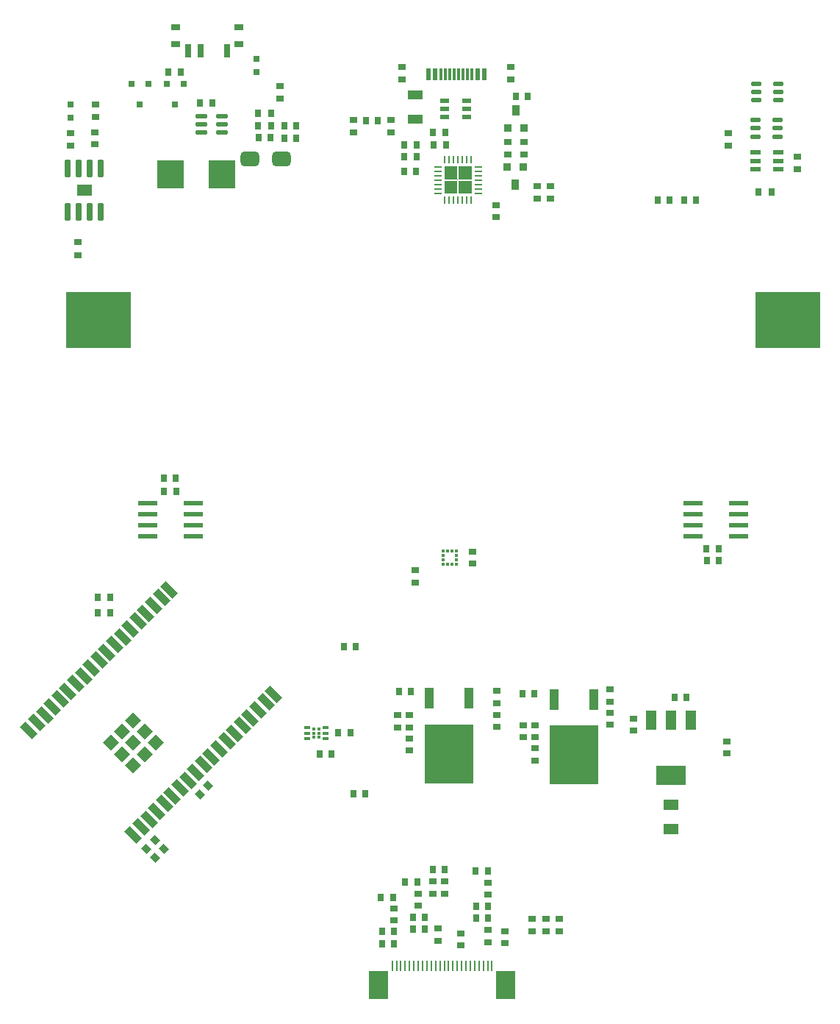
<source format=gtp>
G04*
G04 #@! TF.GenerationSoftware,Altium Limited,Altium Designer,23.8.1 (32)*
G04*
G04 Layer_Color=8421504*
%FSLAX25Y25*%
%MOIN*%
G70*
G04*
G04 #@! TF.SameCoordinates,36DDD1C1-7BD6-4DAF-97DA-8CC6A3F3F012*
G04*
G04*
G04 #@! TF.FilePolarity,Positive*
G04*
G01*
G75*
%ADD22R,0.04331X0.02362*%
%ADD23R,0.03543X0.03150*%
%ADD24R,0.08661X0.12992*%
%ADD25O,0.00866X0.04724*%
%ADD26R,0.00866X0.04724*%
%ADD27R,0.06922X0.05140*%
%ADD28R,0.03150X0.03543*%
%ADD29R,0.29400X0.25500*%
G04:AMPARAMS|DCode=30|XSize=35.43mil|YSize=31.5mil|CornerRadius=0mil|HoleSize=0mil|Usage=FLASHONLY|Rotation=135.000|XOffset=0mil|YOffset=0mil|HoleType=Round|Shape=Rectangle|*
%AMROTATEDRECTD30*
4,1,4,0.02366,-0.00139,0.00139,-0.02366,-0.02366,0.00139,-0.00139,0.02366,0.02366,-0.00139,0.0*
%
%ADD30ROTATEDRECTD30*%

%ADD31R,0.03150X0.03150*%
%ADD32R,0.01476X0.01378*%
%ADD33R,0.01378X0.01476*%
%ADD34R,0.01476X0.01181*%
%ADD35R,0.03150X0.01575*%
%ADD36R,0.08700X0.02400*%
G04:AMPARAMS|DCode=37|XSize=47.64mil|YSize=23.23mil|CornerRadius=5.81mil|HoleSize=0mil|Usage=FLASHONLY|Rotation=180.000|XOffset=0mil|YOffset=0mil|HoleType=Round|Shape=RoundedRectangle|*
%AMROUNDEDRECTD37*
21,1,0.04764,0.01161,0,0,180.0*
21,1,0.03602,0.02323,0,0,180.0*
1,1,0.01161,-0.01801,0.00581*
1,1,0.01161,0.01801,0.00581*
1,1,0.01161,0.01801,-0.00581*
1,1,0.01161,-0.01801,-0.00581*
%
%ADD37ROUNDEDRECTD37*%
%ADD38R,0.03543X0.02756*%
%ADD39R,0.03150X0.03150*%
%ADD40R,0.12008X0.12598*%
%ADD41R,0.03543X0.03150*%
G04:AMPARAMS|DCode=42|XSize=77.56mil|YSize=23.62mil|CornerRadius=2.95mil|HoleSize=0mil|Usage=FLASHONLY|Rotation=90.000|XOffset=0mil|YOffset=0mil|HoleType=Round|Shape=RoundedRectangle|*
%AMROUNDEDRECTD42*
21,1,0.07756,0.01772,0,0,90.0*
21,1,0.07165,0.02362,0,0,90.0*
1,1,0.00591,0.00886,0.03583*
1,1,0.00591,0.00886,-0.03583*
1,1,0.00591,-0.00886,-0.03583*
1,1,0.00591,-0.00886,0.03583*
%
%ADD42ROUNDEDRECTD42*%
G04:AMPARAMS|DCode=43|XSize=78.74mil|YSize=35.43mil|CornerRadius=0mil|HoleSize=0mil|Usage=FLASHONLY|Rotation=135.000|XOffset=0mil|YOffset=0mil|HoleType=Round|Shape=Rectangle|*
%AMROTATEDRECTD43*
4,1,4,0.04037,-0.01531,0.01531,-0.04037,-0.04037,0.01531,-0.01531,0.04037,0.04037,-0.01531,0.0*
%
%ADD43ROTATEDRECTD43*%

G04:AMPARAMS|DCode=44|XSize=53.94mil|YSize=23.23mil|CornerRadius=5.81mil|HoleSize=0mil|Usage=FLASHONLY|Rotation=0.000|XOffset=0mil|YOffset=0mil|HoleType=Round|Shape=RoundedRectangle|*
%AMROUNDEDRECTD44*
21,1,0.05394,0.01161,0,0,0.0*
21,1,0.04232,0.02323,0,0,0.0*
1,1,0.01161,0.02116,-0.00581*
1,1,0.01161,-0.02116,-0.00581*
1,1,0.01161,-0.02116,0.00581*
1,1,0.01161,0.02116,0.00581*
%
%ADD44ROUNDEDRECTD44*%
G04:AMPARAMS|DCode=45|XSize=85.43mil|YSize=66.53mil|CornerRadius=17.96mil|HoleSize=0mil|Usage=FLASHONLY|Rotation=0.000|XOffset=0mil|YOffset=0mil|HoleType=Round|Shape=RoundedRectangle|*
%AMROUNDEDRECTD45*
21,1,0.08543,0.03061,0,0,0.0*
21,1,0.04950,0.06653,0,0,0.0*
1,1,0.03593,0.02475,-0.01530*
1,1,0.03593,-0.02475,-0.01530*
1,1,0.03593,-0.02475,0.01530*
1,1,0.03593,0.02475,0.01530*
%
%ADD45ROUNDEDRECTD45*%
%ADD46R,0.04724X0.02165*%
%ADD47R,0.13780X0.08661*%
%ADD48R,0.04724X0.08661*%
%ADD49R,0.21850X0.26772*%
%ADD50R,0.03937X0.09449*%
%ADD51R,0.00100X0.00100*%
%ADD52R,0.03800X0.01000*%
%ADD53R,0.01000X0.03800*%
%ADD54R,0.03937X0.03150*%
%ADD55R,0.02756X0.05906*%
%ADD56R,0.02756X0.03543*%
%ADD57R,0.03600X0.03600*%
%ADD58R,0.03600X0.05000*%
%ADD59R,0.02362X0.05709*%
%ADD60R,0.01181X0.05709*%
%ADD61R,0.07087X0.03937*%
G36*
X13479Y394370D02*
X7666D01*
Y400182D01*
X13479D01*
Y394370D01*
D02*
G37*
G36*
X6879D02*
X1066D01*
Y400182D01*
X6879D01*
Y394370D01*
D02*
G37*
G36*
X13479Y387770D02*
X7666D01*
Y393582D01*
X13479D01*
Y387770D01*
D02*
G37*
G36*
X6879D02*
X1066D01*
Y393582D01*
X6879D01*
Y387770D01*
D02*
G37*
G36*
X-158909Y386961D02*
X-165366D01*
Y392039D01*
X-158909D01*
Y386961D01*
D02*
G37*
G36*
X-136321Y149313D02*
X-140024Y145610D01*
X-143726Y149313D01*
X-140024Y153015D01*
X-136321Y149313D01*
D02*
G37*
G36*
X-131213Y144204D02*
X-134915Y140502D01*
X-138618Y144204D01*
X-134915Y147907D01*
X-131213Y144204D01*
D02*
G37*
G36*
X-141430D02*
X-145132Y140502D01*
X-148835Y144204D01*
X-145132Y147907D01*
X-141430Y144204D01*
D02*
G37*
G36*
X-126104Y139096D02*
X-129807Y135393D01*
X-133510Y139096D01*
X-129807Y142798D01*
X-126104Y139096D01*
D02*
G37*
G36*
X-136321D02*
X-140024Y135393D01*
X-143726Y139096D01*
X-140024Y142798D01*
X-136321Y139096D01*
D02*
G37*
G36*
X-146538D02*
X-150241Y135393D01*
X-153943Y139096D01*
X-150241Y142798D01*
X-146538Y139096D01*
D02*
G37*
G36*
X-131213Y133987D02*
X-134915Y130285D01*
X-138618Y133987D01*
X-134915Y137690D01*
X-131213Y133987D01*
D02*
G37*
G36*
X-141430D02*
X-145132Y130285D01*
X-148835Y133987D01*
X-145132Y137690D01*
X-141430Y133987D01*
D02*
G37*
G36*
X-136321Y128879D02*
X-140024Y125176D01*
X-143726Y128879D01*
X-140024Y132582D01*
X-136321Y128879D01*
D02*
G37*
D22*
X1317Y422468D02*
D03*
Y426208D02*
D03*
Y429948D02*
D03*
X11159D02*
D03*
Y426208D02*
D03*
Y422468D02*
D03*
D23*
X28500Y53756D02*
D03*
Y48244D02*
D03*
X14000Y225756D02*
D03*
Y220244D02*
D03*
X-12000Y211744D02*
D03*
Y217256D02*
D03*
X41000Y59256D02*
D03*
Y53744D02*
D03*
X20761Y48720D02*
D03*
Y54232D02*
D03*
X47273Y59232D02*
D03*
Y53720D02*
D03*
X-4227Y70720D02*
D03*
Y76232D02*
D03*
X-21739Y63976D02*
D03*
Y58464D02*
D03*
X-10727Y65220D02*
D03*
Y70732D02*
D03*
X20761Y70220D02*
D03*
Y75732D02*
D03*
X1273Y76232D02*
D03*
Y70720D02*
D03*
X-1688Y54758D02*
D03*
Y49246D02*
D03*
X8500Y47244D02*
D03*
Y52756D02*
D03*
X53273Y53720D02*
D03*
Y59232D02*
D03*
X-73500Y431000D02*
D03*
Y436512D02*
D03*
X-168592Y415253D02*
D03*
Y409741D02*
D03*
X-157509Y415732D02*
D03*
Y410220D02*
D03*
X76273Y163232D02*
D03*
Y157720D02*
D03*
X24773Y162488D02*
D03*
Y156976D02*
D03*
X76273Y152732D02*
D03*
Y147220D02*
D03*
X24773Y151732D02*
D03*
Y146220D02*
D03*
X-18227Y439720D02*
D03*
Y445232D02*
D03*
X31273Y445232D02*
D03*
Y439720D02*
D03*
X29773Y411232D02*
D03*
Y405720D02*
D03*
X37273Y405720D02*
D03*
Y411232D02*
D03*
X49273Y391232D02*
D03*
Y385720D02*
D03*
X24500Y377244D02*
D03*
Y382756D02*
D03*
X130000Y415256D02*
D03*
Y409744D02*
D03*
X129273Y139732D02*
D03*
Y134220D02*
D03*
X86773Y144476D02*
D03*
Y149988D02*
D03*
X36773Y141476D02*
D03*
Y146988D02*
D03*
X42273Y136488D02*
D03*
Y130976D02*
D03*
X42273Y141476D02*
D03*
Y146988D02*
D03*
X-20227Y145976D02*
D03*
Y151488D02*
D03*
X-14727Y140988D02*
D03*
Y135476D02*
D03*
X-14727Y145976D02*
D03*
Y151488D02*
D03*
X-40227Y421232D02*
D03*
Y415720D02*
D03*
X-23227Y421232D02*
D03*
Y415720D02*
D03*
X43273Y391232D02*
D03*
Y385720D02*
D03*
X161332Y398933D02*
D03*
Y404444D02*
D03*
D24*
X29000Y29142D02*
D03*
X-28874D02*
D03*
D25*
X22701Y38000D02*
D03*
X20732D02*
D03*
X18764D02*
D03*
X16795D02*
D03*
X12858D02*
D03*
X10890D02*
D03*
X8921D02*
D03*
X6953D02*
D03*
X4984D02*
D03*
X3016D02*
D03*
X1047D02*
D03*
X-921D02*
D03*
X-2890D02*
D03*
X-6827D02*
D03*
X-8795D02*
D03*
X-10764D02*
D03*
X-12732D02*
D03*
X-14701D02*
D03*
X-16669D02*
D03*
X-18638D02*
D03*
X-20606D02*
D03*
D26*
X14827D02*
D03*
X-4858D02*
D03*
X-22575D02*
D03*
D27*
X104000Y100081D02*
D03*
Y110919D02*
D03*
D28*
X97744Y385000D02*
D03*
X103256D02*
D03*
X109744D02*
D03*
X115256D02*
D03*
X120079Y221464D02*
D03*
X125591D02*
D03*
X-120744Y259000D02*
D03*
X-126256D02*
D03*
X-40256Y116000D02*
D03*
X-34744D02*
D03*
X120017Y226976D02*
D03*
X125529D02*
D03*
X-120472Y252976D02*
D03*
X-125983D02*
D03*
X-49960Y133976D02*
D03*
X-55472D02*
D03*
X-44483Y182476D02*
D03*
X-38971D02*
D03*
X-4256Y81500D02*
D03*
X1256D02*
D03*
X-21744Y53500D02*
D03*
X-27256D02*
D03*
X-27256Y48000D02*
D03*
X-21744D02*
D03*
X-27756Y69000D02*
D03*
X-22244D02*
D03*
X-7744Y60000D02*
D03*
X-13256D02*
D03*
X-13256Y54500D02*
D03*
X-7744D02*
D03*
X-11244Y76000D02*
D03*
X-16756D02*
D03*
X15505Y64976D02*
D03*
X21017D02*
D03*
X21017Y59476D02*
D03*
X15505D02*
D03*
X20756Y81000D02*
D03*
X15244D02*
D03*
X-46983Y143476D02*
D03*
X-41471D02*
D03*
X-155983Y204976D02*
D03*
X-150471D02*
D03*
X-150471Y197976D02*
D03*
X-155983D02*
D03*
X33517Y431976D02*
D03*
X39028D02*
D03*
X-17227Y397976D02*
D03*
X-11716D02*
D03*
X-28972Y420976D02*
D03*
X-34483D02*
D03*
X111029Y159476D02*
D03*
X105517D02*
D03*
X36517Y161232D02*
D03*
X42028D02*
D03*
X-19483Y162232D02*
D03*
X-13972D02*
D03*
X-11472Y404476D02*
D03*
X-16983D02*
D03*
X-16983Y409976D02*
D03*
X-11472D02*
D03*
X1528Y415476D02*
D03*
X-3983D02*
D03*
X1784Y409976D02*
D03*
X-3728D02*
D03*
X-109756Y429000D02*
D03*
X-104244D02*
D03*
X-77668Y413188D02*
D03*
X-83180D02*
D03*
X-71483Y418476D02*
D03*
X-65971D02*
D03*
X-71483Y412976D02*
D03*
X-65971D02*
D03*
D29*
X156708Y330688D02*
D03*
X-155792D02*
D03*
D30*
X-106051Y119449D02*
D03*
X-109949Y115551D02*
D03*
X-126279Y90925D02*
D03*
X-130176Y87027D02*
D03*
X-130279Y94924D02*
D03*
X-134176Y91027D02*
D03*
D31*
X-137000Y428276D02*
D03*
X-140740Y437724D02*
D03*
X-133260D02*
D03*
X-117260D02*
D03*
X-124740D02*
D03*
X-121000Y428276D02*
D03*
D32*
X498Y225953D02*
D03*
Y223984D02*
D03*
Y222016D02*
D03*
Y220047D02*
D03*
X6502D02*
D03*
Y222016D02*
D03*
Y223984D02*
D03*
Y225953D02*
D03*
D33*
X2516Y219998D02*
D03*
X4484D02*
D03*
Y226002D02*
D03*
X2516D02*
D03*
D34*
X-58092Y145385D02*
D03*
X-55828D02*
D03*
Y143417D02*
D03*
Y141448D02*
D03*
X-58092D02*
D03*
Y143417D02*
D03*
D35*
X-61192Y145976D02*
D03*
Y143417D02*
D03*
Y140858D02*
D03*
X-52727D02*
D03*
Y143417D02*
D03*
Y145976D02*
D03*
D36*
X-112927Y232633D02*
D03*
Y237633D02*
D03*
Y242633D02*
D03*
Y247633D02*
D03*
X-133527D02*
D03*
Y242633D02*
D03*
Y237633D02*
D03*
Y232633D02*
D03*
X113973Y247476D02*
D03*
Y242476D02*
D03*
Y237476D02*
D03*
Y232476D02*
D03*
X134573D02*
D03*
Y237476D02*
D03*
Y242476D02*
D03*
Y247476D02*
D03*
D37*
X142559Y437740D02*
D03*
Y434000D02*
D03*
Y430260D02*
D03*
X152441Y437740D02*
D03*
Y434000D02*
D03*
Y430260D02*
D03*
X142332Y421216D02*
D03*
Y417476D02*
D03*
Y413736D02*
D03*
X152214Y421216D02*
D03*
Y417476D02*
D03*
Y413736D02*
D03*
D38*
X-165000Y365953D02*
D03*
Y360047D02*
D03*
D39*
X-84000Y443047D02*
D03*
Y448953D02*
D03*
X-168485Y422287D02*
D03*
Y428193D02*
D03*
D40*
X-99787Y396500D02*
D03*
X-123213D02*
D03*
D41*
X-156973Y422720D02*
D03*
Y428232D02*
D03*
D42*
X-169638Y379756D02*
D03*
X-164638D02*
D03*
X-159638D02*
D03*
X-154638D02*
D03*
Y399244D02*
D03*
X-159638D02*
D03*
X-164638D02*
D03*
X-169638D02*
D03*
D43*
X-187350Y144664D02*
D03*
X-183814Y148199D02*
D03*
X-180279Y151735D02*
D03*
X-176743Y155270D02*
D03*
X-173208Y158806D02*
D03*
X-169672Y162341D02*
D03*
X-166137Y165877D02*
D03*
X-162601Y169412D02*
D03*
X-159066Y172948D02*
D03*
X-155530Y176483D02*
D03*
X-151995Y180019D02*
D03*
X-148459Y183554D02*
D03*
X-144923Y187090D02*
D03*
X-141388Y190626D02*
D03*
X-137852Y194161D02*
D03*
X-134317Y197697D02*
D03*
X-130781Y201232D02*
D03*
X-127246Y204768D02*
D03*
X-123710Y208303D02*
D03*
X-76384Y160977D02*
D03*
X-79920Y157442D02*
D03*
X-83455Y153906D02*
D03*
X-86991Y150371D02*
D03*
X-90526Y146835D02*
D03*
X-94062Y143299D02*
D03*
X-97597Y139764D02*
D03*
X-101133Y136228D02*
D03*
X-104668Y132693D02*
D03*
X-108204Y129157D02*
D03*
X-111740Y125622D02*
D03*
X-115275Y122086D02*
D03*
X-118811Y118551D02*
D03*
X-122346Y115015D02*
D03*
X-125882Y111480D02*
D03*
X-129417Y107944D02*
D03*
X-132953Y104409D02*
D03*
X-136488Y100873D02*
D03*
X-140024Y97338D02*
D03*
D44*
X-109031Y415495D02*
D03*
Y419236D02*
D03*
Y422976D02*
D03*
X-99818D02*
D03*
Y419236D02*
D03*
Y415495D02*
D03*
D45*
X-87067Y403500D02*
D03*
X-72933D02*
D03*
D46*
X152450Y402688D02*
D03*
Y406428D02*
D03*
Y398948D02*
D03*
X142213D02*
D03*
Y402688D02*
D03*
Y406428D02*
D03*
D47*
X103773Y124329D02*
D03*
D48*
X112828Y149134D02*
D03*
X103773D02*
D03*
X94717D02*
D03*
D49*
X59773Y133464D02*
D03*
X3273Y133964D02*
D03*
D50*
X50796Y158661D02*
D03*
X68749D02*
D03*
X-5704Y159161D02*
D03*
X12249D02*
D03*
D51*
X7272Y393976D02*
D03*
D52*
X16423Y399881D02*
D03*
Y397913D02*
D03*
Y395944D02*
D03*
Y393976D02*
D03*
Y392007D02*
D03*
Y390039D02*
D03*
Y388070D02*
D03*
X-1877D02*
D03*
Y390039D02*
D03*
Y392007D02*
D03*
Y393976D02*
D03*
Y395944D02*
D03*
Y397913D02*
D03*
Y399881D02*
D03*
D53*
X13178Y384826D02*
D03*
X11210D02*
D03*
X9241D02*
D03*
X7272D02*
D03*
X5304D02*
D03*
X3336D02*
D03*
X1367D02*
D03*
Y403126D02*
D03*
X3336D02*
D03*
X5304D02*
D03*
X7272D02*
D03*
X9241D02*
D03*
X11210D02*
D03*
X13178D02*
D03*
D54*
X-120783Y463188D02*
D03*
X-92042D02*
D03*
X-120783Y455590D02*
D03*
X-92042D02*
D03*
D55*
X-97554Y452499D02*
D03*
X-115271D02*
D03*
X-109365D02*
D03*
D56*
X149453Y388500D02*
D03*
X143547D02*
D03*
X-124231Y443054D02*
D03*
X-118325D02*
D03*
X-77472Y424188D02*
D03*
X-83377D02*
D03*
X-83377Y418688D02*
D03*
X-77472D02*
D03*
D57*
X29773Y417476D02*
D03*
X37273D02*
D03*
X37023Y399976D02*
D03*
X29523D02*
D03*
D58*
X33573Y425476D02*
D03*
X33223Y391976D02*
D03*
D59*
X-6273Y441917D02*
D03*
X-3123D02*
D03*
X16168D02*
D03*
X19318D02*
D03*
D60*
X-367D02*
D03*
X1601D02*
D03*
X3570D02*
D03*
X5538D02*
D03*
X13412D02*
D03*
X11444D02*
D03*
X9475D02*
D03*
X7507D02*
D03*
D61*
X-12228Y432488D02*
D03*
Y421464D02*
D03*
M02*

</source>
